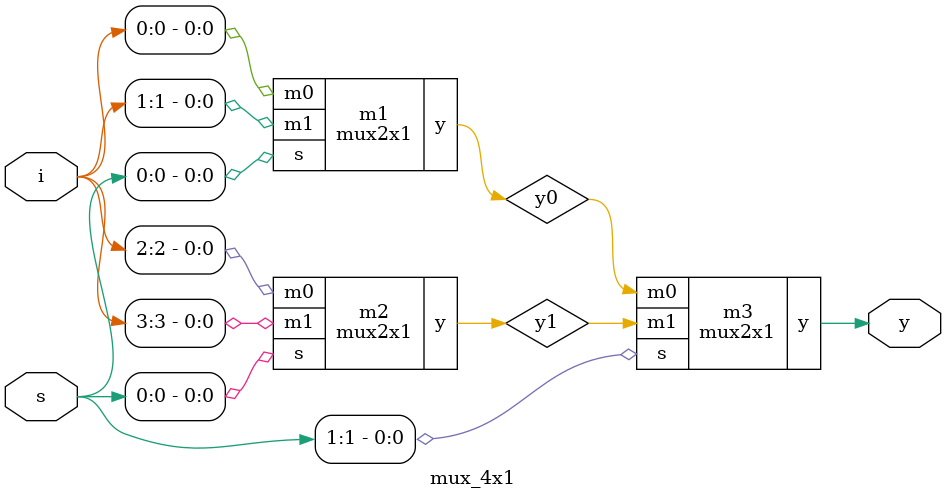
<source format=v>
module  mux2x1 (m0,m1,s,y);
input m0,m1;
input s;
output y;
assign y =(~s & m0)|(s & m1);
endmodule

module mux_4x1 (i,s,y);
input [3:0] i;
input [1:0] s;
output y;
wire y0,y1;
mux2x1 m1 (.m0(i[0]),.m1(i[1]),.s(s[0]),.y(y0));
mux2x1 m2 (.m0(i[2]),.m1(i[3]),.s(s[0]),.y(y1));
mux2x1 m3 (.m0(y0),.m1(y1),.s(s[1]),.y(y));
//  mux2x1 m1 (i[0],i[1],s[0],y0);
//  mux2x1 m2  (i[2],i[3],s[0],y1);
// mux2x1 m3 (y0,y1,s[1],y);
endmodule
</source>
